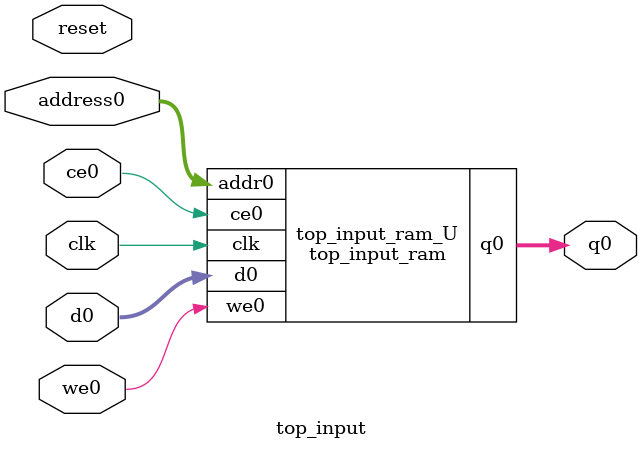
<source format=v>

`timescale 1 ns / 1 ps
module top_input_ram (addr0, ce0, d0, we0, q0,  clk);

parameter DWIDTH = 32;
parameter AWIDTH = 7;
parameter MEM_SIZE = 66;

input[AWIDTH-1:0] addr0;
input ce0;
input[DWIDTH-1:0] d0;
input we0;
output reg[DWIDTH-1:0] q0;
input clk;

(* ram_style = "block" *)reg [DWIDTH-1:0] ram[0:MEM_SIZE-1];




always @(posedge clk)  
begin 
    if (ce0) 
    begin
        if (we0) 
        begin 
            ram[addr0] <= d0; 
            q0 <= d0;
        end 
        else 
            q0 <= ram[addr0];
    end
end


endmodule


`timescale 1 ns / 1 ps
module top_input(
    reset,
    clk,
    address0,
    ce0,
    we0,
    d0,
    q0);

parameter DataWidth = 32'd32;
parameter AddressRange = 32'd66;
parameter AddressWidth = 32'd7;
input reset;
input clk;
input[AddressWidth - 1:0] address0;
input ce0;
input we0;
input[DataWidth - 1:0] d0;
output[DataWidth - 1:0] q0;



top_input_ram top_input_ram_U(
    .clk( clk ),
    .addr0( address0 ),
    .ce0( ce0 ),
    .d0( d0 ),
    .we0( we0 ),
    .q0( q0 ));

endmodule


</source>
